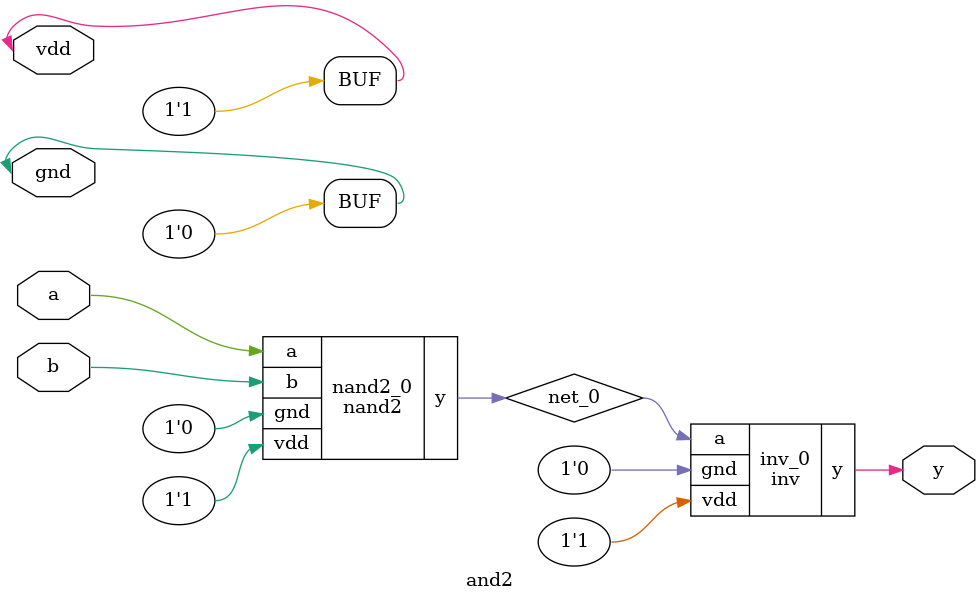
<source format=v>
/* Verilog for cell 'and2{lay}' from library 'tutorial_vb' */
/* Created on Wed Mar 09, 2011 18:30:41 */
/* Last revised on Wed Mar 09, 2011 19:25:20 */
/* Written on Wed Mar 16, 2011 00:26:23 by Electric VLSI Design System, version 9.00 */

module inv(a, y, vdd, gnd);
  input a;
  output y;
  input vdd;
  input gnd;

  supply1 vdd;
  supply0 gnd;
  wire plno_2_well, plnode_0_well;

  tranif1 nmos_0(gnd, y, a);
  tranif0 pmos_0(vdd, y, a);
endmodule   /* inv */

module nand2(a, b, y, vdd, gnd);
  input a;
  input b;
  output y;
  input vdd;
  input gnd;

  supply1 vdd;
  supply0 gnd;
  wire net_0, plnode_0_well, plnode_1_well;

  tranif1 nmos_0(gnd, net_0, a);
  tranif1 nmos_1(net_0, y, b);
  tranif0 pmos_0(vdd, y, a);
  tranif0 pmos_1(y, vdd, b);
endmodule   /* nand2 */

module and2(a, b, y, vdd, gnd);
  input a;
  input b;
  output y;
  input vdd;
  input gnd;

  supply1 vdd;
  supply0 gnd;
  wire net_0;

  inv inv_0(.a(net_0), .y(y), .vdd(vdd), .gnd(gnd));
  nand2 nand2_0(.a(a), .b(b), .y(net_0), .vdd(vdd), .gnd(gnd));
endmodule   /* and2 */

</source>
